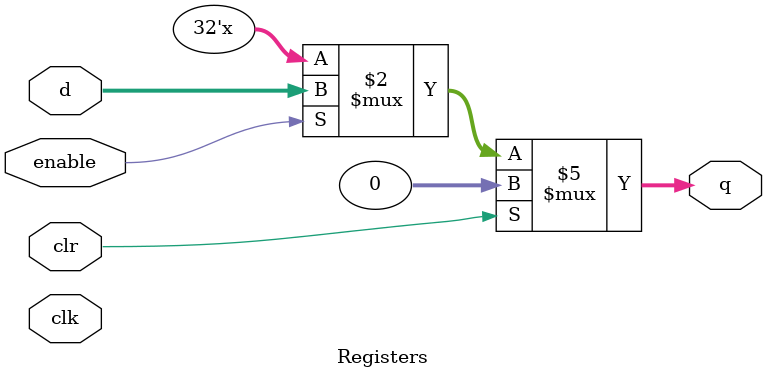
<source format=v>

`timescale 1ns/10ps

module Registers(input wire clk, input wire clr, input wire enable, input wire [31:0] d, output reg [31:0] q);	
	always@(clk) 
	begin
		if (clr) begin
			q[31:0] <= 32'b0;
		end
		else if(enable) begin
			q[31:0] <= d[31:0];
		end
	end
endmodule




</source>
